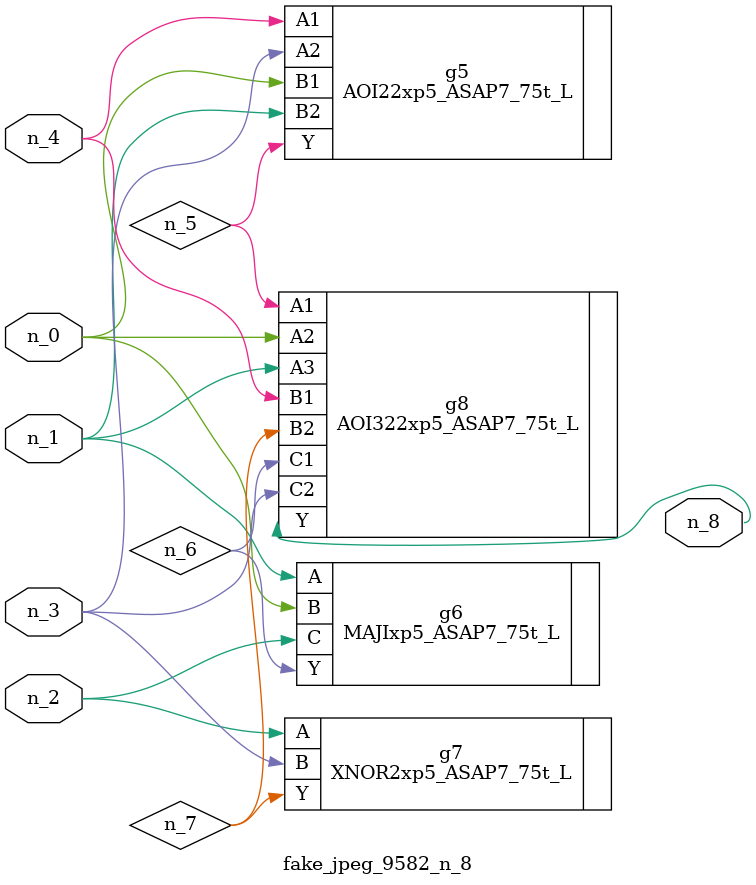
<source format=v>
module fake_jpeg_9582_n_8 (n_3, n_2, n_1, n_0, n_4, n_8);

input n_3;
input n_2;
input n_1;
input n_0;
input n_4;

output n_8;

wire n_6;
wire n_5;
wire n_7;

AOI22xp5_ASAP7_75t_L g5 ( 
.A1(n_4),
.A2(n_3),
.B1(n_0),
.B2(n_1),
.Y(n_5)
);

MAJIxp5_ASAP7_75t_L g6 ( 
.A(n_1),
.B(n_0),
.C(n_2),
.Y(n_6)
);

XNOR2xp5_ASAP7_75t_L g7 ( 
.A(n_2),
.B(n_3),
.Y(n_7)
);

AOI322xp5_ASAP7_75t_L g8 ( 
.A1(n_5),
.A2(n_0),
.A3(n_1),
.B1(n_4),
.B2(n_7),
.C1(n_6),
.C2(n_3),
.Y(n_8)
);


endmodule
</source>
